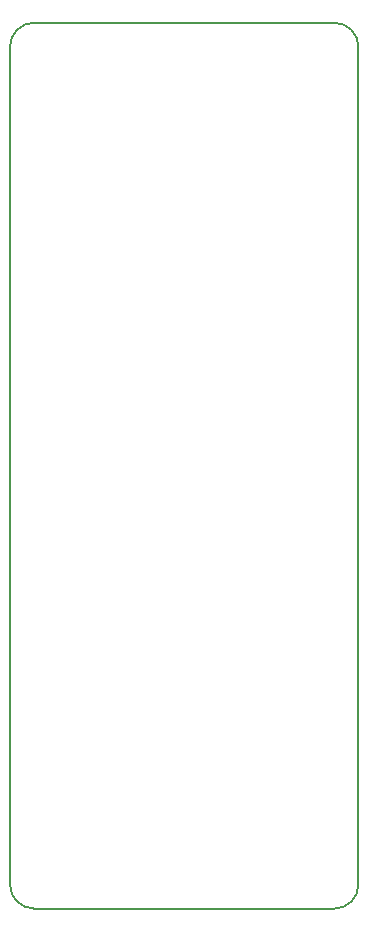
<source format=gko>
G04*
G04 #@! TF.GenerationSoftware,Altium Limited,Altium Designer,21.3.2 (30)*
G04*
G04 Layer_Color=16711935*
%FSTAX24Y24*%
%MOIN*%
G70*
G04*
G04 #@! TF.SameCoordinates,BF0EC633-498B-4F46-9C25-626D02BDF3A5*
G04*
G04*
G04 #@! TF.FilePolarity,Positive*
G04*
G01*
G75*
%ADD13C,0.0079*%
D13*
X036091Y017776D02*
G03*
X036895Y016972I000804J0D01*
G01*
X046902Y016972D02*
G03*
X047706Y017776I0J000804D01*
G01*
X047706Y045696D02*
G03*
X046902Y0465I-000804J0D01*
G01*
X036895D02*
G03*
X036091Y045696I0J-000804D01*
G01*
X036091Y017776D02*
X036091Y045696D01*
X036895Y016972D02*
X046902Y016972D01*
X047705Y017776D02*
X047706Y045696D01*
X036895Y0465D02*
X046902Y0465D01*
M02*

</source>
